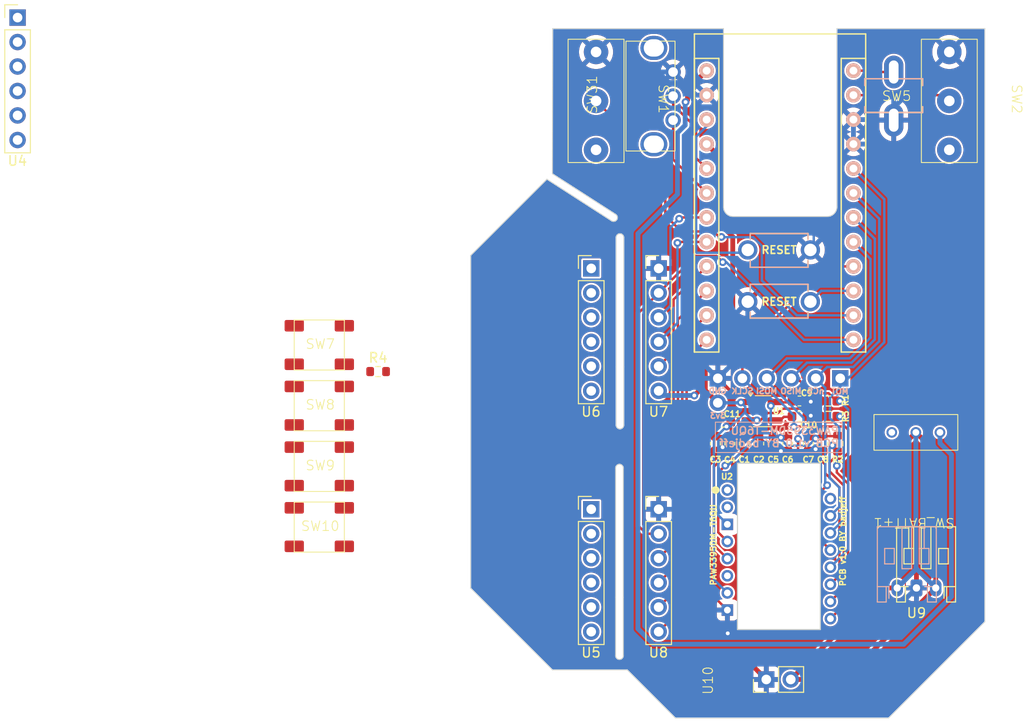
<source format=kicad_pcb>
(kicad_pcb (version 20241229) (generator "pcbnew") (generator_version "9.0")
  (layers (0 "F.Cu" signal) (2 "B.Cu" signal) (13 "F.Paste" user) (15 "B.Paste" user) (5 "F.SilkS" user "F.Silkscreen") (7 "B.SilkS" user "B.Silkscreen") (1 "F.Mask" user) (3 "B.Mask" user) (25 "Edge.Cuts" user))
  (net 0 "")
  (net 1 "+1V8")
  (net 2 "GND")
  (net 3 "Net-(U2-VDDREG)")
  (net 4 "Net-(U2-LED_P)")
  (net 5 "Net-(U2-NRESET)")
  (net 8 "unconnected-(U2-NC-Pad16)")
  (net 10 "MISO")
  (net 11 "MOSI")
  (net 12 "SCLK")
  (net 13 "MOTION")
  (net 14 "VIN")
  (net 15 "Net-(U1-NC)")
  (net 16 "nCS")
  (net 17 "DPI")
  (net 18 "IND")
  (net 19 "RST")
  (net 20 "Ext1")
  (net 21 "Ext4")
  (net 22 "Ext3")
  (net 23 "EncB")
  (net 24 "AnaB")
  (net 25 "Left")
  (net 26 "Right")
  (net 27 "Middle")
  (net 28 "Ext2")
  (net 29 "EncA")
  (net 30 "AnaA")
  (net 31 "Net-(SW_BATT+1-A)")
  (net 32 "Net-(SW_BATT+1-B)")
  (net 45 "Net-(U5-Pin_2)")
  (net 46 "Net-(U5-Pin_1)")
  (net 47 "Net-(U5-Pin_3)")
  (net 48 "Net-(U5-Pin_4)")
  (net 49 "Net-(U5-Pin_5)")
  (net 50 "Net-(U5-Pin_6)")
  (footprint "Aquila:3pinBatt" (layer "F.Cu") (at 160.7 76.910001 180)
    (property "Reference" "SW_BATT+1")
    (property "Value" "SW_SPST")
  )
  (footprint "Resistor_SMD:R_0603_1608Metric" (layer "F.Cu") (at 151.615 73.65)
    (property "Reference" "R1")
    (property "Value" "10K" (hide yes))
  )
  (footprint "Aquila:Pogo_2.54mm_6p" (layer "F.Cu") (at 134 65)
    (property "Reference" "U7")
    (property "Value" "~")
  )
  (footprint "Aquila:Pogo_2.54mm_6p" (layer "F.Cu") (at 127 65)
    (property "Reference" "U6")
    (property "Value" "~")
  )
  (footprint "Capacitor_SMD:C_0603_1608Metric" (layer "F.Cu") (at 145.89 78.075 -90)
    (property "Reference" "C5")
    (property "Value" "100nF" (hide yes))
  )
  (footprint "Capacitor_SMD:C_0603_1608Metric" (layer "F.Cu") (at 139.89 78.075 -90)
    (property "Reference" "C3")
    (property "Value" "10uF" (hide yes))
  )
  (footprint "Aquila:SPST Momentary SMD 1.6mm" (layer "F.Cu") (at 98.77 80.44)
    (property "Reference" "SW9")
    (property "Value" "SW" (hide yes))
  )
  (footprint "Capacitor_SMD:C_0603_1608Metric" (layer "F.Cu") (at 148.615 73.65)
    (property "Reference" "C9")
    (property "Value" "1uF" (hide yes))
  )
  (footprint "Capacitor_SMD:C_0603_1608Metric" (layer "F.Cu") (at 148.615 75.25)
    (property "Reference" "C10")
    (property "Value" "22nF" (hide yes))
  )
  (footprint "Aquila:SPST Momentary SMD 1.6mm" (layer "F.Cu") (at 98.77 74.14)
    (property "Reference" "SW8")
    (property "Value" "SW" (hide yes))
  )
  (footprint "Aquila:SPST Momentary SMD 1.6mm" (layer "F.Cu") (at 98.77 86.74)
    (property "Reference" "SW10")
    (property "Value" "SW" (hide yes))
  )
  (footprint "Connector_PinHeader_2.54mm:PinHeader_1x02_P2.54mm_Vertical" (layer "F.Cu") (at 140.14 71.3)
    (property "Reference" "J1" (hide yes))
    (property "Value" "Conn_01x02" (hide yes))
  )
  (footprint "Aquila:Pogo_2.54_2p" (layer "F.Cu") (at 150.3225 102.560001 90)
    (property "Reference" "U10")
    (property "Value" "~")
  )
  (footprint "Capacitor_SMD:C_0603_1608Metric" (layer "F.Cu") (at 140.715 75.85 180)
    (property "Reference" "C11")
    (property "Value" "1uF" (hide yes))
  )
  (footprint "Resistor_SMD:R_0603_1608Metric" (layer "F.Cu") (at 151.615 75.25)
    (property "Reference" "R3")
    (property "Value" "2M" (hide yes))
  )
  (footprint "Aquila:TACT_SWITCH_TVBP06" (layer "F.Cu") (at 146.5 57.97 180)
    (property "Reference" "SW4" (hide yes))
    (property "Value" "SW" (hide yes))
  )
  (footprint "Capacitor_SMD:C_0603_1608Metric" (layer "F.Cu") (at 142.89 78.075 90)
    (property "Reference" "C1")
    (property "Value" "4.7uF" (hide yes))
  )
  (footprint "Connector_PinHeader_2.54mm:PinHeader_1x05_P2.54mm_Vertical" (layer "F.Cu") (at 152.85 71.3 -90)
    (property "Reference" "J2" (hide yes))
    (property "Value" "Conn_01x05" (hide yes))
  )
  (footprint "Capacitor_SMD:C_0603_1608Metric" (layer "F.Cu") (at 151.04 78.075 -90)
    (property "Reference" "C8")
    (property "Value" "10uF" (hide yes))
  )
  (footprint "Aquila:JST_PH_S2B-PH-K_1x02_P2.00mm_DoubleSided" (layer "F.Cu") (at 160.76 93.16 180)
    (property "Reference" "U9")
    (property "Value" "~")
  )
  (footprint "Aquila:Scroll Button" (layer "F.Cu") (at 158.4 42)
    (property "Reference" "SW5")
    (property "Value" "SW" (hide yes))
  )
  (footprint "Capacitor_SMD:C_0603_1608Metric" (layer "F.Cu") (at 141.39 78.075 -90)
    (property "Reference" "C4")
    (property "Value" "100nF" (hide yes))
  )
  (footprint "Resistor_SMD:R_0603_1608Metric" (layer "F.Cu") (at 152.59 78.075 -90)
    (property "Reference" "R2")
    (property "Value" "4.7" (hide yes))
  )
  (footprint "Capacitor_SMD:C_0603_1608Metric" (layer "F.Cu") (at 147.39 78.075 -90)
    (property "Reference" "C6")
    (property "Value" "10uF" (hide yes))
  )
  (footprint "Aquila:GM 8.0" (layer "F.Cu") (at 127.5 42.5 -90)
    (property "Reference" "SW1")
    (property "Value" "SW")
  )
  (footprint "Capacitor_SMD:C_0603_1608Metric" (layer "F.Cu") (at 144.39 78.075 90)
    (property "Reference" "C2")
    (property "Value" "100nF" (hide yes))
  )
  (footprint "Package_TO_SOT_SMD:SOT-23-5_HandSoldering" (layer "F.Cu") (at 144.74 74.708052)
    (property "Reference" "U1")
    (property "Value" "TLV74318PDBVR" (hide yes))
  )
  (footprint "Aquila:SPST Momentary SMD 1.6mm" (layer "F.Cu") (at 98.77 67.84)
    (property "Reference" "SW7")
    (property "Value" "SW" (hide yes))
  )
  (footprint "Aquila:GM 8.0" (layer "F.Cu") (at 164.17 42.5 -90)
    (property "Reference" "SW2")
    (property "Value" "SW")
  )
  (footprint "Aquila:TACT_SWITCH_TVBP06" (layer "F.Cu") (at 146.5 63.34)
    (property "Reference" "SW3" (hide yes))
    (property "Value" "SW" (hide yes))
  )
  (footprint "Aquila:ProMicroSingleSide" (layer "F.Cu") (at 146.5 52.934255)
    (property "Reference" "U3" (hide yes))
    (property "Value" "ProMicro" (hide yes))
  )
  (footprint "paw3395_pcb:PAW3395" (layer "F.Cu") (at 141.13 82.895)
    (property "Reference" "U2")
    (property "Value" "PAW3395")
    (fp_line (start 1.05 -2.78) (end 1.05 14.48) (stroke (width 0.12)) (layer "Edge.Cuts"))
    (fp_line (start 1.05 -2.78) (end 9.65 -2.78) (stroke (width 0.12)) (layer "Edge.Cuts"))
    (fp_line (start 1.05 14.48) (end 9.65 14.48) (stroke (width 0.12)) (layer "Edge.Cuts"))
    (fp_line (start 9.65 -2.78) (end 9.65 14.48) (stroke (width 0.12)) (layer "Edge.Cuts"))
  )
  (footprint "Aquila:Pogo_2.54mm_6p" (layer "F.Cu") (at 67.45 38.96)
    (property "Reference" "U4")
    (property "Value" "~")
  )
  (footprint "Aquila:Pogo_2.54mm_6p" (layer "F.Cu") (at 134 90)
    (property "Reference" "U8")
    (property "Value" "~")
  )
  (footprint "Aquila:MouseEncoder" (layer "F.Cu") (at 135.5 42 90)
    (property "Reference" "SW31")
    (property "Value" "Rotary_Encoder_Switch")
  )
  (footprint "Resistor_SMD:R_0603_1608Metric" (layer "F.Cu") (at 104.875 70.595)
    (property "Reference" "R4")
    (property "Value" "10K")
  )
  (footprint "Capacitor_SMD:C_0603_1608Metric" (layer "F.Cu") (at 149.54 78.075 -90)
    (property "Reference" "C7")
    (property "Value" "22uF" (hide yes))
  )
  (footprint "Aquila:Pogo_2.54mm_6p" (layer "F.Cu") (at 127 90)
    (property "Reference" "U5")
    (property "Value" "~")
  )
  (gr_line (start 139.89 75.85) (end 139.89 79) (stroke (width 0.1)) (layer "B.SilkS"))
  (gr_line (start 153.04 79) (end 153.04 75.85) (stroke (width 0.1)) (layer "B.SilkS"))
  (gr_line (start 139.89 79) (end 153.04 79) (stroke (width 0.1)) (layer "B.SilkS"))
  (gr_line (start 153.04 75.85) (end 139.915 75.85) (stroke (width 0.1)) (layer "B.SilkS"))
  (gr_line (start 140.73 35) (end 123 35) (stroke (width 0.1)) (layer "Edge.Cuts"))
  (gr_line (start 129.53 94.034997) (end 129.529999 100.085002) (stroke (width 0.1)) (layer "Edge.Cuts"))
  (gr_line (start 130.74 101.56) (end 135.74 106.56) (stroke (width 0.1)) (layer "Edge.Cuts"))
  (gr_arc (start 130.38 76.15) (mid 129.98 76.55) (end 129.58 76.15) (stroke (width 0.1)) (layer "Edge.Cuts"))
  (gr_line (start 130.74 101.56) (end 122.97 101.56) (stroke (width 0.1)) (layer "Edge.Cuts"))
  (gr_arc (start 129.519458 54.265002) (mid 129.665868 54.811412) (end 129.119458 54.957823) (stroke (width 0.1)) (layer "Edge.Cuts"))
  (gr_line (start 129.53 80.614997) (end 129.53 94.034997) (stroke (width 0.1)) (layer "Edge.Cuts"))
  (gr_arc (start 141.73 54.499999) (mid 141.019367 54.203562) (end 140.730051 53.49) (stroke (width 0.1)) (layer "Edge.Cuts"))
  (gr_line (start 167.860021 96.56) (end 157.860021 106.56) (stroke (width 0.1)) (layer "Edge.Cuts"))
  (gr_line (start 130.33 80.614997) (end 130.33 94.034997) (stroke (width 0.1)) (layer "Edge.Cuts"))
  (gr_line (start 135.74 106.56) (end 157.860021 106.56) (stroke (width 0.1)) (layer "Edge.Cuts"))
  (gr_line (start 130.38 70.099995) (end 130.379999 76.15) (stroke (width 0.1)) (layer "Edge.Cuts"))
  (gr_arc (start 129.53 80.614997) (mid 129.93 80.214997) (end 130.33 80.614997) (stroke (width 0.1)) (layer "Edge.Cuts"))
  (gr_line (start 152.5 35) (end 167.86 35) (stroke (width 0.1)) (layer "Edge.Cuts"))
  (gr_arc (start 129.58 56.679995) (mid 129.98 56.279995) (end 130.38 56.679995) (stroke (width 0.1)) (layer "Edge.Cuts"))
  (gr_line (start 130.38 56.679995) (end 130.38 70.099995) (stroke (width 0.1)) (layer "Edge.Cuts"))
  (gr_line (start 122.4 50.63) (end 114.484719 58.545281) (stroke (width 0.1)) (layer "Edge.Cuts"))
  (gr_arc (start 152.5 53.5) (mid 152.207107 54.207107) (end 151.5 54.5) (stroke (width 0.1)) (layer "Edge.Cuts"))
  (gr_line (start 130.33 94.034997) (end 130.329999 100.085002) (stroke (width 0.1)) (layer "Edge.Cuts"))
  (gr_line (start 129.58 56.679995) (end 129.58 70.099995) (stroke (width 0.1)) (layer "Edge.Cuts"))
  (gr_line (start 129.58 70.099995) (end 129.579999 76.15) (stroke (width 0.1)) (layer "Edge.Cuts"))
  (gr_line (start 123 35) (end 122.97 50.06) (stroke (width 0.1)) (layer "Edge.Cuts"))
  (gr_line (start 151.5 54.5) (end 141.73 54.5) (stroke (width 0.1)) (layer "Edge.Cuts"))
  (gr_line (start 122.4 50.63) (end 129.119458 54.957824) (stroke (width 0.1)) (layer "Edge.Cuts"))
  (gr_line (start 167.860021 96.56) (end 167.86 35) (stroke (width 0.1)) (layer "Edge.Cuts"))
  (gr_line (start 152.5 35) (end 152.5 53.5) (stroke (width 0.1)) (layer "Edge.Cuts"))
  (gr_line (start 114.484719 58.545281) (end 114.484719 93.074719) (stroke (width 0.1)) (layer "Edge.Cuts"))
  (gr_arc (start 130.33 100.085002) (mid 129.93 100.485002) (end 129.53 100.085002) (stroke (width 0.1)) (layer "Edge.Cuts"))
  (gr_line (start 140.730052 53.49) (end 140.73 35) (stroke (width 0.1)) (layer "Edge.Cuts"))
  (gr_line (start 122.97 50.06) (end 129.519458 54.265002) (stroke (width 0.1)) (layer "Edge.Cuts"))
  (gr_line (start 122.97 101.56) (end 114.484719 93.074719) (stroke (width 0.1)) (layer "Edge.Cuts"))
  (gr_text "PCB v1.0 BY badjeff" (at 153.465 92.95 90) (layer "F.SilkS") (effects (font (size 0.6 0.6) (thickness 0.15) (bold yes)) (justify left bottom)))
  (gr_text "PAW3395DM-T6QU" (at 140.04 92.875 90) (layer "F.SilkS") (effects (font (size 0.6 0.6) (thickness 0.15) (bold yes)) (justify left bottom)))
  (gr_text "nCS" (at 151.265 72.975 0) (layer "B.SilkS") (effects (font (size 0.6 0.6) (thickness 0.15) (bold yes)) (justify left bottom mirror)))
  (gr_text "MISO" (at 148.915 72.975 0) (layer "B.SilkS") (effects (font (size 0.6 0.6) (thickness 0.15) (bold yes)) (justify left bottom mirror)))
  (gr_text "SCLK" (at 143.915 72.975 0) (layer "B.SilkS") (effects (font (size 0.6 0.6) (thickness 0.15) (bold yes)) (justify left bottom mirror)))
  (gr_text "GND" (at 141.14 72.975 0) (layer "B.SilkS") (effects (font (size 0.6 0.6) (thickness 0.15) (bold yes)) (justify left bottom mirror)))
  (gr_text "MOSI" (at 146.39 72.975 0) (layer "B.SilkS") (effects (font (size 0.6 0.6) (thickness 0.15) (bold yes)) (justify left bottom mirror)))
  (gr_text "MOT" (at 153.79 73 0) (layer "B.SilkS") (effects (font (size 0.6 0.6) (thickness 0.15) (bold yes)) (justify left bottom mirror)))
  (gr_text "3v3" (at 141.04 75.525 0) (layer "B.SilkS") (effects (font (size 0.6 0.6) (thickness 0.15) (bold yes)) (justify left bottom mirror)))
  (gr_text "PAW3395DM-T6QU\nPCB v1.0 BY badjeff" (at 152.79 78.5 0) (layer "B.SilkS") (effects (font (size 0.8 0.8) (thickness 0.15) (bold yes)) (justify left bottom mirror)))
  (segment (start 151.04 77.3) (end 150.54 77.3) (width 0.25) (layer "F.Cu") (net 1))
  (segment (start 151.09 77.3) (end 152.54 77.3) (width 0.25) (layer "F.Cu") (net 1))
  (segment (start 150.04 77.3) (end 150.29 77.55) (width 0.25) (layer "F.Cu") (net 1))
  (segment (start 149.54 77.3) (end 150.04 77.3) (width 0.25) (layer "F.Cu") (net 1))
  (segment (start 147.04 77.45) (end 147.19 77.3) (width 0.25) (layer "F.Cu") (net 1))
  (segment (start 140.19 81.075153) (end 140.19 84.206852) (width 0.25) (layer "F.Cu") (net 1))
  (segment (start 146.69 77.45) (end 147.24 77.45) (width 0.25) (layer "F.Cu") (net 1))
  (segment (start 146.095 73.793052) (end 147.94 73.793052) (width 0.25) (layer "F.Cu") (net 1))
  (segment (start 140.19 84.206852) (end 140.185 84.211852) (width 0.25) (layer "F.Cu") (net 1))
  (segment (start 152.54 77.3) (end 152.59 77.25) (width 0.25) (layer "F.Cu") (net 1))
  (segment (start 140.915 80.350153) (end 140.19 81.075153) (width 0.25) (layer "F.Cu") (net 1))
  (segment (start 150.54 77.3) (end 150.29 77.55) (width 0.25) (layer "F.Cu") (net 1))
  (segment (start 146.69 77.45) (end 146.04 77.45) (width 0.25) (layer "F.Cu") (net 1))
  (segment (start 145.64 74.15) (end 145.698052 74.15) (width 0.25) (layer "F.Cu") (net 1))
  (segment (start 145.698052 74.15) (end 146.09 73.758052) (width 0.25) (layer "F.Cu") (net 1))
  (segment (start 141.11 88.155) (end 141.11 88.06) (width 0.25) (layer "F.Cu") (net 1))
  (segment (start 145.84 77.45) (end 145.69 77.3) (width 0.25) (layer "F.Cu") (net 1))
  (segment (start 140.185 84.211852) (end 140.185 87.29) (width 0.25) (layer "F.Cu") (net 1))
  (segment (start 140.185 87.29) (end 141.13 88.235) (width 0.25) (layer "F.Cu") (net 1))
  (via (at 150.29 77.55) (size 0.8) (drill 0.4) (layers "F.Cu" "B.Cu") (net 1))
  (via (at 145.64 74.15) (size 0.8) (drill 0.4) (layers "F.Cu" "B.Cu") (net 1))
  (via (at 140.915 80.350153) (size 0.8) (drill 0.4) (layers "F.Cu" "B.Cu") (net 1))
  (via (at 146.69 77.45) (size 0.8) (drill 0.4) (layers "F.Cu" "B.Cu") (net 1))
  (segment (start 144.09 77.45) (end 146.49 77.45) (width 0.25) (layer "B.Cu") (net 1))
  (segment (start 141.189847 80.350153) (end 144.09 77.45) (width 0.25) (layer "B.Cu") (net 1))
  (segment (start 150.29 77.55) (end 149.54 78.3) (width 0.25) (layer "B.Cu") (net 1))
  (segment (start 140.915 80.350153) (end 141.189847 80.350153) (width 0.25) (layer "B.Cu") (net 1))
  (segment (start 145.64 76.6) (end 145.64 74.15) (width 0.25) (layer "B.Cu") (net 1))
  (segment (start 149.54 78.3) (end 147.34 78.3) (width 0.25) (layer "B.Cu") (net 1))
  (segment (start 147.34 78.3) (end 146.49 77.45) (width 0.25) (layer "B.Cu") (net 1))
  (segment (start 150.29 77.55) (end 150.19 77.45) (width 0.25) (layer "B.Cu") (net 1))
  (segment (start 146.49 77.45) (end 145.64 76.6) (width 0.25) (layer "B.Cu") (net 1))
  (segment (start 144.39 77.35) (end 145.89 78.85) (width 0.25) (layer "F.Cu") (net 2))
  (segment (start 139.285 93.51) (end 139.285 79.455) (width 0.25) (layer "F.Cu") (net 2))
  (segment (start 145.69 78.85) (end 146.19 78.85) (width 0.25) (layer "F.Cu") (net 2))
  (segment (start 144.755 74.093051) (end 144.439025 74.409025) (width 0.25) (layer "F.Cu") (net 2))
  (segment (start 142.60706 74.96706) (end 140.54794 74.96706) (width 0.25) (layer "F.Cu") (net 2))
  (segment (start 142.89 77.3) (end 142.29 76.7) (width 0.25) (layer "F.Cu") (net 2))
  (segment (start 141.59 72.75) (end 141.59 73.95) (width 0.35) (layer "F.Cu") (net 2))
  (segment (start 150.09 78.85) (end 149.54 78.85) (width 0.25) (layer "F.Cu") (net 2))
  (segment (start 149.39 75.25) (end 149.717873 75.25) (width 0.25) (layer "F.Cu") (net 2))
  (segment (start 148.59 72.85) (end 145.428052 72.85) (width 0.25) (layer "F.Cu") (net 2))
  (segment (start 144.19 77.3) (end 144.19 77.35) (width 0.25) (layer "F.Cu") (net 2))
  (segment (start 149.39 73.65) (end 148.59 72.85) (width 0.25) (layer "F.Cu") (net 2))
  (segment (start 141.39 78.65) (end 142.74 77.3) (width 0.25) (layer "F.Cu") (net 2))
  (segment (start 141.39 78.85) (end 141.39 78.65) (width 0.25) (layer "F.Cu") (net 2))
  (segment (start 142.866068 74.708052) (end 143.39 74.708052) (width 0.25) (layer "F.Cu") (net 2))
  (segment (start 149.39 73.65) (end 149.717873 73.65) (width 0.25) (layer "F.Cu") (net 2))
  (segment (start 142.29 76.7) (end 142.29 76.031984) (width 0.25) (layer "F.Cu") (net 2))
  (segment (start 142.29 76.031984) (end 142.285 76.026984) (width 0.25) (layer "F.Cu") (net 2))
  (segment (start 147.39 78.85) (end 146.89 78.85) (width 0.25) (layer "F.Cu") (net 2))
  (segment (start 149.717873 73.65) (end 149.79 73.722127) (width 0.25) (layer "F.Cu") (net 2))
  (segment (start 150.49 78.85) (end 151.04 78.85) (width 0.25) (layer "F.Cu") (net 2))
  (segment (start 140.14 71.4) (end 140.14 71.3) (width 0.25) (layer "F.Cu") (net 2))
  (segment (start 140.64 78.45) (end 140.99 78.45) (width 0.25) (layer "F.Cu") (net 2))
  (segment (start 146.69 78.85) (end 146.44 78.6) (width 0.25) (layer "F.Cu") (net 2))
  (segment (start 140.14 71.3) (end 141.59 72.75) (width 0.35) (layer "F.Cu") (net 2))
  (segment (start 142.285 76.026984) (end 142.285 75.28912) (width 0.25) (layer "F.Cu") (net 2))
  (segment (start 142.89 77.3) (end 144.39 77.3) (width 0.25) (layer "F.Cu") (net 2))
  (segment (start 140.99 78.45) (end 141.39 78.85) (width 0.25) (layer "F.Cu") (net 2))
  (segment (start 150.29 78.65) (end 150.09 78.85) (width 0.25) (layer "F.Cu") (net 2))
  (segment (start 140.64 78.45) (end 140.29 78.45) (width 0.25) (layer "F.Cu") (net 2))
  (segment (start 139.285 79.455) (end 139.89 78.85) (width 0.25) (layer "F.Cu") (net 2))
  (segment (start 141.59 73.95) (end 142.60706 74.96706) (width 0.35) (layer "F.Cu") (net 2))
  (segment (start 145.428052 72.85) (end 144.755 73.523052) (width 0.25) (layer "F.Cu") (net 2))
  (segment (start 140.54794 74.96706) (end 139.665 75.85) (width 0.25) (layer "F.Cu") (net 2))
  (segment (start 144.439025 74.409025) (end 144.139999 74.708052) (width 0.25) (layer "F.Cu") (net 2))
  (segment (start 140.29 78.45) (end 139.89 78.85) (width 0.25) (layer "F.Cu") (net 2))
  (segment (start 142.74 77.3) (end 142.89 77.3) (width 0.25) (layer "F.Cu") (net 2))
  (segment (start 141.17 98.557501) (end 145.172501 102.560002) (width 0.5) (layer "F.Cu") (net 2))
  (segment (start 141.17 97.77) (end 141.17 98.557501) (width 0.5) (layer "F.Cu") (net 2))
  (segment (start 144.755 73.523052) (end 144.755 74.093051) (width 0.25) (layer "F.Cu") (net 2))
  (segment (start 146.19 78.85) (end 146.44 78.6) (width 0.25) (layer "F.Cu") (net 2))
  (segment (start 139.75175 78.91175) (end 139.69 78.85) (width 0.25) (layer "F.Cu") (net 2))
  (segment (start 149.717873 75.25) (end 149.79 75.177873) (width 0.25) (layer "F.Cu") (net 2))
  (segment (start 150.29 78.65) (end 150.49 78.85) (width 0.25) (layer "F.Cu") (net 2))
  (segment (start 141.13 95.355) (end 139.285 93.51) (width 0.25) (layer "F.Cu") (net 2))
  (segment (start 144.39 77.3) (end 144.39 77.35) (width 0.25) (layer "F.Cu") (net 2))
  (segment (start 142.285 75.28912) (end 142.866068 74.708052) (width 0.25) (layer "F.Cu") (net 2))
  (via (at 149.79 73.722127) (size 0.8) (drill 0.4) (layers "F.Cu" "B.Cu") (net 2))
  (via (at 149.79 75.177873) (size 0.8) (drill 0.4) (layers "F.Cu" "B.Cu") (net 2))
  (via (at 141.17 97.77) (size 0.8) (drill 0.4) (layers "F.Cu" "B.Cu") (net 2))
  (via (at 146.69 78.85) (size 0.8) (drill 0.4) (layers "F.Cu" "B.Cu") (net 2))
  (via (at 150.29 78.65) (size 0.8) (drill 0.4) (layers "F.Cu" "B.Cu") (net 2))
  (via (at 140.64 78.45) (size 0.8) (drill 0.4) (layers "F.Cu" "B.Cu") (net 2))
  (segment (start 134.39 54.734) (end 137.144 51.98) (width 0.5) (layer "B.Cu") (net 2))
  (segment (start 141.17 97.77) (end 141.5 98.1) (width 0.5) (layer "B.Cu") (net 2))
  (segment (start 153.005815 45.653) (end 153.005815 54.349153) (width 0.5) (layer "B.Cu") (net 2))
  (segment (start 137.144 71.114) (end 138.7 72.67) (width 0.5) (layer "B.Cu") (net 2))
  (segment (start 140.191815 54.546783) (end 140.191815 43.113) (width 0.5) (layer "B.Cu") (net 2))
  (segment (start 153.005815 54.349153) (end 152.344968 55.01) (width 0.5) (layer "B.Cu") (net 2))
  (segment (start 137.144 54.75) (end 137.144 67.83) (width 0.5) (layer "B.Cu") (net 2))
  (segment (start 150.05 55.06) (end 150.1 55.01) (width 0.25) (layer "B.Cu") (net 2))
  (segment (start 137.144 46.151412) (end 137.144 51.98) (width 0.5) (layer "B.Cu") (net 2))
  (segment (start 141.5 98.1) (end 155.62 98.1) (width 0.5) (layer "B.Cu") (net 2))
  (segment (start 138.33 43.113) (end 138.33 43.08) (width 0.5) (layer "B.Cu") (net 2))
  (segment (start 137.765815 45.529597) (end 137.144 46.151412) (width 0.5) (layer "B.Cu") (net 2))
  (segment (start 138.978815 41.9) (end 137.899999 41.9) (width 0.5) (layer "B.Cu") (net 2))
  (segment (start 160.435 41.155) (end 161.8 39.79) (width 0.5) (layer "B.Cu") (net 2))
  (segment (start 136.25 40.59) (end 135.04 40.59) (width 0.5) (layer "B.Cu") (net 2))
  (segment (start 155.51 44.44) (end 155.57 44.5) (width 0.5) (layer "B.Cu") (net 2))
  (segment (start 134.39 54.734) (end 134 55.124) (width 0.5) (layer "B.Cu") (net 2))
  (segment (start 138.33 43.08) (end 137.6 42.35) (width 0.5) (layer "B.Cu") (net 2))
  (segment (start 127.5 37.42) (end 129.58 39.5) (width 0.5) (layer "B.Cu") (net 2))
  (segment (start 134 55.124) (end 134 59.89) (width 0.5) (layer "B.Cu") (net 2))
  (segment (start 158.074 95.646) (end 158.174 95.646) (width 0.5) (layer "B.Cu") (net 2))
  (segment (start 158.4 43.19) (end 160.435 41.155) (width 0.5) (layer "B.Cu") (net 2))
  (segment (start 136.42 40.42) (end 136.25 40.59) (width 0.5) (layer "B.Cu") (net 2))
  (segment (start 155.57 44.5) (end 158.4 44.5) (width 0.5) (layer "B.Cu") (net 2))
  (segment (start 154.218815 44.44) (end 153.005815 45.653) (width 0.5) (layer "B.Cu") (net 2))
  (segment (start 138.7 72.67) (end 138.7 95.3) (width 0.5) (layer "B.Cu") (net 2))
  (segment (start 137.144 67.83) (end 137.144 68.304) (width 0.5) (layer "B.Cu") (net 2))
  (segment (start 140.185 84.211852) (end 140.185 85.51) (width 0.25) (layer "B.Cu") (net 2))
  (segment (start 140.191815 43.113) (end 138.978815 41.9) (width 0.5) (layer "B.Cu") (net 2))
  (segment (start 137.425 41.425) (end 137.6 41.6) (width 0.5) (layer "B.Cu") (net 2))
  (segment (start 150.1 55.01) (end 150.1 57.62) (width 0.25) (layer "B.Cu") (net 2))
  (segment (start 150.1 57.62) (end 149.75 57.97) (width 0.25) (layer "B.Cu") (net 2))
  (segment (start 146.700854 78.860854) (end 146.44 78.6) (width 0.25) (layer "B.Cu") (net 2))
  (segment (start 161.06 45.06) (end 161.06 41.78) (width 0.5) (layer "B.Cu") (net 2))
  (segment (start 140.19 84.206852) (end 140.185 84.211852) (width 0.25) (layer "B.Cu") (net 2))
  (segment (start 134.39 54.75) (end 134.39 54.734) (width 0.5) (layer "B.Cu") (net 2))
  (segment (start 138.33 43.113) (end 137.765815 43.677185) (width 0.5) (layer "B.Cu") (net 2))
  (segment (start 150.079146 78.860854) (end 146.700854 78.860854) (width 0.25) (layer "B.Cu") (net 2))
  (segment (start 135.04 40.59) (end 133.95 39.5) (width 0.5) (layer "B.Cu") (net 2))
  (segment (start 138.7 95.3) (end 141.17 97.77) (width 0.5) (layer "B.Cu") (net 2))
  (segment (start 158.174 95.646) (end 160.76 93.06) (width 0.5) (layer "B.Cu") (net 2))
  (segment (start 161.06 40.53) (end 161.8 39.79) (width 0.5) (layer "B.Cu") (net 2))
  (segment (start 140.64 78.45) (end 140.19 78.9) (width 0.25) (layer "B.Cu") (net 2))
  (segment (start 159.14 46.98) (end 161.06 45.06) (width 0.5) (layer "B.Cu") (net 2))
  (segment (start 143.25 68.19) (end 140.14 71.3) (width 0.5) (layer "B.Cu") (net 2))
  (segment (start 137.144 51.98) (end 137.144 54.75) (width 0.5) (layer "B.Cu") (net 2))
  (segment (start 137.6 41.6) (end 137.6 42.35) (width 0.5) (layer "B.Cu") (net 2))
  (segment (start 154.218815 44.44) (end 155.51 44.44) (width 0.5) (layer "B.Cu") (net 2))
  (segment (start 137.765815 43.677185) (end 137.765815 45.529597) (width 0.5) (layer "B.Cu") (net 2))
  (segment (start 152.344968 55.01) (end 151.87 55.01) (width 0.5) (layer "B.Cu") (net 2))
  (segment (start 136.42 40.42) (end 135.499999 39.5) (width 0.5) (layer "B.Cu") (net 2))
  (segment (start 149.79 75.177873) (end 149.84 75.127873) (width 0.25) (layer "B.Cu") (net 2))
  (segment (start 161.06 41.78) (end 161.06 40.53) (width 0.5) (layer "B.Cu") (net 2))
  (segment (start 151.87 55.01) (end 150.1 55.01) (width 0.5) (layer "B.Cu") (net 2))
  (segment (start 137.144 68.304) (end 137.144 71.114) (width 0.5) (layer "B.Cu") (net 2))
  (segment (start 155.62 98.1) (end 158.074 95.646) (width 0.5) (layer "B.Cu") (net 2))
  (segment (start 154.218815 46.98) (end 159.14 46.98) (width 0.5) (layer "B.Cu") (net 2))
  (segment (start 143.25 63.34) (end 143.25 68.19) (width 0.5) (layer "B.Cu") (net 2))
  (segment (start 150.1 55.01) (end 140.655032 55.01) (width 0.5) (layer "B.Cu") (net 2))
  (segment (start 133.95 39.5) (end 135.499999 39.5) (width 0.5) (layer "B.Cu") (net 2))
  (segment (start 154.218815 44.44) (end 154.218815 46.98) (width 0.5) (layer "B.Cu") (net 2))
  (segment (start 140.19 78.9) (end 140.19 84.206852) (width 0.25) (layer "B.Cu") (net 2))
  (segment (start 149.84 73.772127) (end 149.79 73.722127) (width 0.25) (layer "B.Cu") (net 2))
  (segment (start 129.58 39.5) (end 133.95 39.5) (width 0.5) (layer "B.Cu") (net 2))
  (segment (start 161.8 39.79) (end 164.17 37.42) (width 0.5) (layer "B.Cu") (net 2))
  (segment (start 150.29 78.65) (end 150.079146 78.860854) (width 0.25) (layer "B.Cu") (net 2))
  (segment (start 149.84 75.127873) (end 149.84 73.772127) (width 0.25) (layer "B.Cu") (net 2))
  (segment (start 140.185 85.51) (end 141.13 86.455) (width 0.25) (layer "B.Cu") (net 2))
  (segment (start 158.4 44.5) (end 158.4 43.19) (width 0.5) (layer "B.Cu") (net 2))
  (segment (start 164.17 37.970001) (end 164.17 37.42) (width 0.5) (layer "B.Cu") (net 2))
  (segment (start 137.425 41.425) (end 136.42 40.42) (width 0.5) (layer "B.Cu") (net 2))
  (segment (start 137.899999 41.9) (end 137.425 41.425) (width 0.5) (layer "B.Cu") (net 2))
  (segment (start 137.144 68.304) (end 140.14 71.3) (width 0.5) (layer "B.Cu") (net 2))
  (segment (start 138.33 43.113) (end 140.191815 43.113) (width 0.5) (layer "B.Cu") (net 2))
  (segment (start 140.655032 55.01) (end 140.191815 54.546783) (width 0.5) (layer "B.Cu") (net 2))
  (segment (start 142.89 78.85) (end 144.39 78.85) (width 0.25) (layer "F.Cu") (net 3))
  (segment (start 144.511104 78.85) (end 144.551104 78.81) (width 0.25) (layer "F.Cu") (net 3))
  (segment (start 142.69 78.85) (end 141.915 79.625) (width 0.25) (layer "F.Cu") (net 3))
  (segment (start 139.735 80.48) (end 139.735 88.62) (width 0.25) (layer "F.Cu") (net 3))
  (segment (start 141.915 79.625) (end 140.59 79.625) (width 0.25) (layer "F.Cu") (net 3))
  (segment (start 139.735 88.62) (end 141.13 90.015) (width 0.25) (layer "F.Cu") (net 3))
  (segment (start 140.59 79.625) (end 139.735 80.48) (width 0.25) (layer "F.Cu") (net 3))
  (segment (start 152.59 78.814565) (end 152.59 78.9) (width 0.25) (layer "F.Cu") (net 4))
  (segment (start 152.032563 78.257128) (end 152.59 78.814565) (width 0.25) (layer "F.Cu") (net 4))
  (segment (start 152.59 78.986328) (end 152.59 78.9) (width 0.25) (layer "F.Cu") (net 4))
  (via (at 152.032563 78.257128) (size 0.8) (drill 0.4) (layers "F.Cu" "B.Cu") (net 4))
  (segment (start 151.74 78.549691) (end 151.74 81.65) (width 0.25) (layer "B.Cu") (net 4))
  (segment (start 151.790305 81.675) (end 152.755 82.639695) (width 0.25) (layer "B.Cu") (net 4))
  (segment (start 152.755 84.64) (end 151.83 85.565) (width 0.25) (layer "B.Cu") (net 4))
  (segment (start 152.755 82.639695) (end 152.755 84.64) (width 0.25) (layer "B.Cu") (net 4))
  (segment (start 151.765 81.675) (end 151.790305 81.675) (width 0.25) (layer "B.Cu") (net 4))
  (segment (start 151.74 81.65) (end 151.765 81.675) (width 0.25) (layer "B.Cu") (net 4))
  (segment (start 152.032563 78.257128) (end 151.74 78.549691) (width 0.25) (layer "B.Cu") (net 4))
  (segment (start 152.44 75.25) (end 152.815 75.25) (width 0.25) (layer "F.Cu") (net 5))
  (via (at 152.815 75.25) (size 0.8) (drill 0.4) (layers "F.Cu" "B.Cu") (net 5))
  (segment (start 153.22 75.655) (end 153.22 85.955) (width 0.25) (layer "B.Cu") (net 5))
  (segment (start 153.22 85.955) (end 151.83 87.345) (width 0.25) (layer "B.Cu") (net 5))
  (segment (start 152.815 75.25) (end 153.22 75.655) (width 0.25) (layer "B.Cu") (net 5))
  (segment (start 151.49 84.1) (end 151.54 84.05) (width 0.25) (layer "B.Cu") (net 8))
  (segment (start 147.77 71.3) (end 148.39 71.3) (width 0.25) (layer "F.Cu") (net 10))
  (segment (start 149.94 72.85) (end 151.64 72.85) (width 0.25) (layer "F.Cu") (net 10))
  (segment (start 151.64 72.85) (end 152.44 73.65) (width 0.25) (layer "F.Cu") (net 10))
  (segment (start 148.39 71.3) (end 149.94 72.85) (width 0.25) (layer "F.Cu") (net 10))
  (segment (start 152.44 73.65) (end 152.815 73.65) (width 0.25) (layer "F.Cu") (net 10))
  (via (at 152.815 73.65) (size 0.8) (drill 0.4) (layers "F.Cu" "B.Cu") (net 10))
  (segment (start 152.815 73.675) (end 153.67 74.53) (width 0.25) (layer "B.Cu") (net 10))
  (segment (start 156.439 67.25629) (end 156.439 56.820185) (width 0.25) (layer "B.Cu") (net 10))
  (segment (start 153.67 74.53) (end 153.67 89.065) (width 0.25) (layer "B.Cu") (net 10))
  (segment (start 156.439 56.820185) (end 154.218815 54.6) (width 0.25) (layer "B.Cu") (net 10))
  (segment (start 152.815 73.65) (end 152.815 73.675) (width 0.25) (layer "B.Cu") (net 10))
  (segment (start 154.02229 69.673) (end 149.397 69.673) (width 0.25) (layer "B.Cu") (net 10))
  (segment (start 147.77 71.3) (end 148.62 71.3) (width 0.25) (layer "B.Cu") (net 10))
  (segment (start 153.67 89.065) (end 151.83 90.905) (width 0.25) (layer "B.Cu") (net 10))
  (segment (start 149.397 69.673) (end 147.77 71.3) (width 0.25) (layer "B.Cu") (net 10))
  (segment (start 156.439 67.25629) (end 154.02229 69.673) (width 0.25) (layer "B.Cu") (net 10))
  (segment (start 151.29 81.15) (end 152.766104 82.626104) (width 0.25) (layer "F.Cu") (net 11))
  (segment (start 152.766104 91.748896) (end 151.83 92.685) (width 0.25) (layer "F.Cu") (net 11))
  (segment (start 150.665 79.625) (end 151.29 80.25) (width 0.25) (layer "F.Cu") (net 11))
  (segment (start 149.055948 79.625) (end 150.665 79.625) (width 0.25) (layer "F.Cu") (net 11))
  (segment (start 151.29 80.25) (end 151.29 81.15) (width 0.25) (layer "F.Cu") (net 11))
  (segment (start 148.465646 77.575) (end 148.465646 79.034698) (width 0.25) (layer "F.Cu") (net 11))
  (segment (start 148.465646 79.034698) (end 149.055948 79.625) (width 0.25) (layer "F.Cu") (net 11))
  (segment (start 152.766104 82.626104) (end 152.766104 91.748896) (width 0.25) (layer "F.Cu") (net 11))
  (via (at 148.465646 77.575) (size 0.8) (drill 0.4) (layers "F.Cu" "B.Cu") (net 11))
  (segment (start 145.18 71.25) (end 145.13 71.25) (width 0.25) (layer "B.Cu") (net 11))
  (segment (start 145.23 71.3) (end 145.91 71.3) (width 0.25) (layer "B.Cu") (net 11))
  (segment (start 154.218815 57.77781) (end 154.218815 57.14) (width 0.25) (layer "B.Cu") (net 11))
  (segment (start 155.988 58.909185) (end 154.218815 57.14) (width 0.25) (layer "B.Cu") (net 11))
  (segment (start 151.81 92.605) (end 151.81 92.58) (width 0.25) (layer "B.Cu") (net 11))
  (segment (start 148.465646 77.143863) (end 149.04 76.569509) (width 0.25) (layer "B.Cu") (net 11))
  (segment (start 147.308 69.222) (end 145.23 71.3) (width 0.25) (layer "B.Cu") (net 11))
  (segment (start 155.988 67.06948) (end 155.988 58.909185) (width 0.25) (layer "B.Cu") (net 11))
  (segment (start 153.83548 69.222) (end 147.308 69.222) (width 0.25) (layer "B.Cu") (net 11))
  (segment (start 149.04 76.569509) (end 149.04 75.4) (width 0.25) (layer "B.Cu") (net 11))
  (segment (start 148.465646 77.575) (end 148.465646 77.143863) (width 0.25) (layer "B.Cu") (net 11))
  (segment (start 145.23 71.59) (end 145.23 71.3) (width 0.25) (layer "B.Cu") (net 11))
  (segment (start 149.04 75.4) (end 145.23 71.59) (width 0.25) (layer "B.Cu") (net 11))
  (segment (start 155.988 67.06948) (end 153.83548 69.222) (width 0.25) (layer "B.Cu") (net 11))
  (segment (start 145.23 71.3) (end 145.18 71.25) (width 0.25) (layer "B.Cu") (net 11))
  (segment (start 148.062978 76.3) (end 153.34 76.3) (width 0.25) (layer "F.Cu") (net 12))
  (segment (start 151.74 80.95) (end 153.216104 82.426104) (width 0.25) (layer "F.Cu") (net 12))
  (segment (start 153.063004 79.65) (end 152.14 79.65) (width 0.25) (layer "F.Cu") (net 12))
  (segment (start 148.037978 76.325) (end 148.062978 76.3) (width 0.25) (layer "F.Cu") (net 12))
  (segment (start 153.216104 93.078896) (end 151.83 94.465) (width 0.25) (layer "F.Cu") (net 12))
  (segment (start 142.69 68.524752) (end 142.69 71.3) (width 0.25) (layer "F.Cu") (net 12))
  (segment (start 151.74 80.05) (end 151.74 80.95) (width 0.25) (layer "F.Cu") (net 12))
  (segment (start 152.14 79.65) (end 151.74 80.05) (width 0.25) (layer "F.Cu") (net 12))
  (segment (start 153.67 79.043004) (end 153.063004 79.65) (width 0.25) (layer "F.Cu") (net 12))
  (segment (start 154.218815 59.68) (end 151.534752 59.68) (width 0.25) (layer "F.Cu") (net 12))
  (segment (start 153.34 76.3) (end 153.67 76.63) (width 0.25) (layer "F.Cu") (net 12))
  (segment (start 153.216104 82.426104) (end 153.216104 93.078896) (width 0.25) (layer "F.Cu") (net 12))
  (segment (start 153.67 76.63) (end 153.67 79.043004) (width 0.25) (layer "F.Cu") (net 12))
  (segment (start 151.534752 59.68) (end 142.69 68.524752) (width 0.25) (layer "F.Cu") (net 12))
  (via (at 148.037978 76.325) (size 0.8) (drill 0.4) (layers "F.Cu" "B.Cu") (net 12))
  (segment (start 145.74 72.85) (end 144.24 72.85) (width 0.25) (layer "B.Cu") (net 12))
  (segment (start 148.037978 75.147978) (end 145.74 72.85) (width 0.25) (layer "B.Cu") (net 12))
  (segment (start 144.24 72.85) (end 142.69 71.3) (width 0.25) (layer "B.Cu") (net 12))
  (segment (start 148.037978 76.325) (end 148.037978 75.147978) (width 0.25) (layer "B.Cu") (net 12))
  (segment (start 152.495 81.068604) (end 153.666104 82.239708) (width 0.25) (layer "F.Cu") (net 13))
  (segment (start 153.666104 94.408896) (end 151.83 96.245) (width 0.25) (layer "F.Cu") (net 13))
  (segment (start 153.666104 82.239708) (end 153.666104 94.408896) (width 0.25) (layer "F.Cu") (net 13))
  (segment (start 152.495 80.375) (end 152.495 81.068604) (width 0.25) (layer "F.Cu") (net 13))
  (via (at 152.495 80.375) (size 0.8) (drill 0.4) (layers "F.Cu" "B.Cu") (net 13))
  (segment (start 157.42 67.55091) (end 153.67091 71.3) (width 0.25) (layer "B.Cu") (net 13))
  (segment (start 151.79 73.25) (end 152.85 72.19) (width 0.25) (layer "B.Cu") (net 13))
  (segment (start 152.85 71.3) (end 152.8 71.25) (width 0.25) (layer "B.Cu") (net 13))
  (segment (start 153.67091 71.3) (end 152.85 71.3) (width 0.25) (layer "B.Cu") (net 13))
  (segment (start 157.42 52.721185) (end 154.218815 49.52) (width 0.25) (layer "B.Cu") (net 13))
  (segment (start 152.85 72.19) (end 152.85 71.3) (width 0.25) (layer "B.Cu") (net 13))
  (segment (start 152.757563 78.557433) (end 152.757563 76.417563) (width 0.25) (layer "B.Cu") (net 13))
  (segment (start 152.8 71.25) (end 152.74 71.25) (width 0.25) (layer "B.Cu") (net 13))
  (segment (start 157.42 67.55091) (end 157.42 52.721185) (width 0.25) (layer "B.Cu") (net 13))
  (segment (start 152.495 80.375) (end 152.495 78.819996) (width 0.25) (layer "B.Cu") (net 13))
  (segment (start 151.79 75.45) (end 151.79 73.25) (width 0.25) (layer "B.Cu") (net 13))
  (segment (start 152.495 78.819996) (end 152.757563 78.557433) (width 0.25) (layer "B.Cu") (net 13))
  (segment (start 152.757563 76.417563) (end 151.79 75.45) (width 0.25) (layer "B.Cu") (net 13))
  (segment (start 150.79 74.5) (end 150.79 75.3) (width 0.25) (layer "F.Cu") (net 14))
  (segment (start 143.39 75.658052) (end 144.556643 75.658052) (width 0.25) (layer "F.Cu") (net 14))
  (segment (start 143.348052 73.8) (end 143.39 73.758052) (width 0.25) (layer "F.Cu") (net 14))
  (segment (start 140.04 73.8) (end 140.1 73.8) (width 0.25) (layer "F.Cu") (net 14))
  (segment (start 146.84 74.45) (end 150.74 74.45) (width 0.25) (layer "F.Cu") (net 14))
  (segment (start 150.79 73.82) (end 150.79 74.5) (width 0.25) (layer "F.Cu") (net 14))
  (segment (start 140.249 48.250185) (end 140.249 55.16) (width 0.5) (layer "F.Cu") (net 14))
  (segment (start 142.54 73.8) (end 143.348052 73.8) (width 0.25) (layer "F.Cu") (net 14))
  (segment (start 138.839 72.539) (end 140.14 73.84) (width 0.5) (layer "F.Cu") (net 14))
  (segment (start 146.39 74.9) (end 146.84 74.45) (width 0.25) (layer "F.Cu") (net 14))
  (segment (start 143.91 73.758052) (end 143.945 73.793052) (width 0.25) (layer "F.Cu") (net 14))
  (segment (start 138.978815 46.98) (end 140.249 48.250185) (width 0.5) (layer "F.Cu") (net 14))
  (segment (start 141.04 76.3) (end 141.49 75.85) (width 0.25) (layer "F.Cu") (net 14))
  (segment (start 138.839 72.539) (end 138.241 72.539) (width 0.5) (layer "F.Cu") (net 14))
  (segment (start 141.04 77.15) (end 141.19 77.3) (width 0.25) (layer "F.Cu") (net 14))
  (segment (start 144.19 75.658052) (end 143.39 75.658052) (width 0.25) (layer "F.Cu") (net 14))
  (segment (start 141.49 77) (end 141.19 77.3) (width 0.25) (layer "F.Cu") (net 14))
  (segment (start 141.691 67.147) (end 138.839 69.999) (width 0.5) (layer "F.Cu") (net 14))
  (segment (start 144.556643 75.658052) (end 145.314695 74.9) (width 0.25) (layer "F.Cu") (net 14))
  (segment (start 141.49 75.85) (end 141.49 77) (width 0.25) (layer "F.Cu") (net 14))
  (segment (start 140.249 55.16) (end 141.691 56.602) (width 0.5) (layer "F.Cu") (net 14))
  (segment (start 150.74 74.45) (end 150.79 74.5) (width 0.25) (layer "F.Cu") (net 14))
  (segment (start 138.241 72.539) (end 137.7 73.08) (width 0.5) (layer "F.Cu") (net 14))
  (segment (start 140.1 73.8) (end 140.14 73.84) (width 0.25) (layer "F.Cu") (net 14))
  (segment (start 141.691 56.602) (end 141.691 67.147) (width 0.5) (layer "F.Cu") (net 14))
  (segment (start 138.839 69.999) (end 138.839 72.539) (width 0.5) (layer "F.Cu") (net 14))
  (segment (start 145.314695 74.9) (end 146.39 74.9) (width 0.25) (layer "F.Cu") (net 14))
  (segment (start 140.14 73.84) (end 140.54794 74.24794) (width 0.25) (layer "F.Cu") (net 14))
  (segment (start 139.89 77.3) (end 141.39 77.3) (width 0.25) (layer "F.Cu") (net 14))
  (via (at 137.7 73.08) (size 0.8) (drill 0.4) (layers "F.Cu" "B.Cu") (net 14))
  (via (at 142.54 73.8) (size 0.8) (drill 0.4) (layers "F.Cu" "B.Cu") (net 14))
  (via (at 144.19 75.658052) (size 0.8) (drill 0.4) (layers "F.Cu" "B.Cu") (net 14))
  (via (at 141.04 76.3) (size 0.8) (drill 0.4) (layers "F.Cu" "B.Cu") (net 14))
  (segment (start 142.5 73.84) (end 142.54 73.8) (width 0.25) (layer "B.Cu") (net 14))
  (segment (start 142.54 73.8) (end 142.99 74.25) (width 0.25) (layer "B.Cu") (net 14))
  (segment (start 141.04 76.3) (end 139.735 77.605) (width 0.25) (layer "B.Cu") (net 14))
  (segment (start 141.04 76.3) (end 141.49 76.3) (width 0.25) (layer "B.Cu") (net 14))
  (segment (start 137.7 73.08) (end 134.48 73.08) (width 0.5) (layer "B.Cu") (net 14))
  (segment (start 139.735 77.605) (end 139.735 92.18) (width 0.25) (layer "B.Cu") (net 14))
  (segment (start 142.99 74.8) (end 142.94 74.85) (width 0.25) (layer "B.Cu") (net 14))
  (segment (start 141.49 76.3) (end 142.94 74.85) (width 0.25) (layer "B.Cu") (net 14))
  (segment (start 144.19 75.658052) (end 143.748052 75.658052) (width 0.25) (layer "B.Cu") (net 14))
  (segment (start 134.48 73.08) (end 134 72.6) (width 0.5) (layer "B.Cu") (net 14))
  (segment (start 139.735 92.18) (end 141.13 93.575) (width 0.25) (layer "B.Cu") (net 14))
  (segment (start 142.99 74.25) (end 142.99 74.8) (width 0.25) (layer "B.Cu") (net 14))
  (segment (start 143.748052 75.658052) (end 142.94 74.85) (width 0.25) (layer "B.Cu") (net 14))
  (segment (start 140.14 73.84) (end 142.5 73.84) (width 0.35) (layer "B.Cu") (net 14))
  (segment (start 146.631948 75.658052) (end 146.99 75.3) (width 0.25) (layer "F.Cu") (net 15))
  (segment (start 146.06 75.658052) (end 146.631948 75.658052) (width 0.25) (layer "F.Cu") (net 15))
  (segment (start 146.99 75.3) (end 147.84 75.3) (width 0.25) (layer "F.Cu") (net 15))
  (segment (start 150.905 88.2) (end 151.83 89.125) (width 0.25) (layer "F.Cu") (net 16))
  (segment (start 150.905 82.985) (end 150.905 88.2) (width 0.25) (layer "F.Cu") (net 16))
  (segment (start 151.49 82.4) (end 150.905 82.985) (width 0.25) (layer "F.Cu") (net 16))
  (via (at 151.49 82.4) (size 0.8) (drill 0.4) (layers "F.Cu" "B.Cu") (net 16))
  (segment (start 156.89 67.4431) (end 154.2091 70.124) (width 0.25) (layer "B.Cu") (net 16))
  (segment (start 156.89 54.731185) (end 154.218815 52.06) (width 0.25) (layer "B.Cu") (net 16))
  (segment (start 151.29 72.28) (end 151.29 82.2) (width 0.25) (layer "B.Cu") (net 16))
  (segment (start 150.31 71.3) (end 150.58 71.3) (width 0.25) (layer "B.Cu") (net 16))
  (segment (start 150.26 71.25) (end 151.29 72.28) (width 0.25) (layer "B.Cu") (net 16))
  (segment (start 151.486 70.124) (end 150.31 71.3) (width 0.25) (layer "B.Cu") (net 16))
  (segment (start 150.21 71.25) (end 150.26 71.25) (width 0.25) (layer "B.Cu") (net 16))
  (segment (start 154.2091 70.124) (end 151.486 70.124) (width 0.25) (layer "B.Cu") (net 16))
  (segment (start 151.29 82.2) (end 151.49 82.4) (width 0.25) (layer "B.Cu") (net 16))
  (segment (start 156.89 67.4431) (end 156.89 54.731185) (width 0.25) (layer "B.Cu") (net 16))
  (segment (start 150.87 62.22) (end 149.75 63.34) (width 0.25) (layer "B.Cu") (net 17))
  (segment (start 154.218815 62.22) (end 150.87 62.22) (width 0.25) (layer "B.Cu") (net 17))
  (segment (start 134 62.43) (end 131.94 64.49) (width 0.25) (layer "F.Cu") (net 18))
  (segment (start 131.94 86.65) (end 132.72 87.43) (width 0.25) (layer "F.Cu") (net 18))
  (segment (start 140.65 59.24) (end 140.002 58.592) (width 0.25) (layer "F.Cu") (net 18))
  (segment (start 132.72 87.43) (end 134 87.43) (width 0.25) (layer "F.Cu") (net 18))
  (segment (start 131.94 64.49) (end 131.94 86.65) (width 0.25) (layer "F.Cu") (net 18))
  (segment (start 137.838 58.592) (end 134 62.43) (width 0.25) (layer "F.Cu") (net 18))
  (segment (start 140.002 58.592) (end 137.838 58.592) (width 0.25) (layer "F.Cu") (net 18))
  (via (at 140.65 59.24) (size 0.8) (drill 0.4) (layers "F.Cu" "B.Cu") (net 18))
  (segment (start 143.799248 62.014) (end 141.025248 59.24) (width 0.25) (layer "B.Cu") (net 18))
  (segment (start 149.085248 67.3) (end 143.799248 62.014) (width 0.25) (layer "B.Cu") (net 18))
  (segment (start 154.218815 67.3) (end 149.085248 67.3) (width 0.25) (layer "B.Cu") (net 18))
  (segment (start 141.025248 59.24) (end 140.65 59.24) (width 0.25) (layer "B.Cu") (net 18))
  (segment (start 137.89 58.21) (end 137.94 58.26) (width 0.25) (layer "B.Cu") (net 19))
  (segment (start 137.89 46.22) (end 138.978815 45.131185) (width 0.25) (layer "B.Cu") (net 19))
  (segment (start 137.94 58.26) (end 142.96 58.26) (width 0.25) (layer "B.Cu") (net 19))
  (segment (start 138.978815 45.131185) (end 138.978815 44.44) (width 0.25) (layer "B.Cu") (net 19))
  (segment (start 142.96 58.26) (end 143.25 57.97) (width 0.25) (layer "B.Cu") (net 19))
  (segment (start 137.89 58.21) (end 137.89 46.22) (width 0.25) (layer "B.Cu") (net 19))
  (segment (start 135.55 68.5) (end 134 70.05) (width 0.25) (layer "F.Cu") (net 20))
  (segment (start 135.55 88.42) (end 134 89.97) (width 0.25) (layer "F.Cu") (net 20))
  (segment (start 135.55 68.5) (end 135.55 88.42) (width 0.25) (layer "F.Cu") (net 20))
  (segment (start 135.55 63.108815) (end 135.55 68.5) (width 0.25) (layer "F.Cu") (net 20))
  (segment (start 138.978815 59.68) (end 135.55 63.108815) (width 0.25) (layer "F.Cu") (net 20))
  (segment (start 138.978815 67.3) (end 136.903 69.375815) (width 0.25) (layer "F.Cu") (net 21))
  (segment (start 136.903 94.697001) (end 134.000002 97.599999) (width 0.25) (layer "F.Cu") (net 21))
  (segment (start 136.903 69.375815) (end 136.903 94.697001) (width 0.25) (layer "F.Cu") (net 21))
  (segment (start 138.978815 64.76) (end 136.452 67.286815) (width 0.25) (layer "F.Cu") (net 22))
  (segment (start 136.452 92.598) (end 134 95.05) (width 0.25) (layer "F.Cu") (net 22))
  (segment (start 136.452 67.286815) (end 136.452 92.598) (width 0.25) (layer "F.Cu") (net 22))
  (segment (start 135.500001 44.5) (end 135.500001 48.581186) (width 0.25) (layer "F.Cu") (net 23))
  (segment (start 135.500001 48.581186) (end 138.978815 52.06) (width 0.25) (layer "F.Cu") (net 23))
  (segment (start 136.05 57.14) (end 135.95 57.24) (width 0.25) (layer "F.Cu") (net 24))
  (segment (start 138.978815 57.14) (end 136.05 57.14) (width 0.25) (layer "F.Cu") (net 24))
  (via (at 135.95 57.24) (size 0.8) (drill 0.4) (layers "F.Cu" "B.Cu") (net 24))
  (segment (start 135.95 57.24) (end 135.95 65.56) (width 0.25) (layer "B.Cu") (net 24))
  (segment (start 135.95 65.56) (end 134 67.51) (width 0.25) (layer "B.Cu") (net 24))
  (segment (start 131.32 48.75) (end 131.32 46.32) (width 0.25) (layer "F.Cu") (net 25))
  (segment (start 134.69 50.81) (end 132.63 48.75) (width 0.25) (layer "F.Cu") (net 25))
  (segment (start 132.63 48.75) (end 131.32 48.75) (width 0.25) (layer "F.Cu") (net 25))
  (segment (start 140.508459 56.621541) (end 140.281541 56.621541) (width 0.25) (layer "F.Cu") (net 25))
  (segment (start 131.32 46.32) (end 127.5 42.5) (width 0.25) (layer "F.Cu") (net 25))
  (segment (start 140.281541 56.621541) (end 139.712 56.052) (width 0.25) (layer "F.Cu") (net 25))
  (segment (start 136.35215 56.052) (end 134.69 54.38985) (width 0.25) (layer "F.Cu") (net 25))
  (segment (start 139.712 56.052) (end 136.35215 56.052) (width 0.25) (layer "F.Cu") (net 25))
  (segment (start 127.5 42.5) (end 127.5 43.39) (width 0.25) (layer "F.Cu") (net 25))
  (segment (start 134.69 54.38985) (end 134.69 50.81) (width 0.25) (layer "F.Cu") (net 25))
  (via (at 140.508459 56.621541) (size 0.8) (drill 0.4) (layers "F.Cu" "B.Cu") (net 25))
  (segment (start 144.72 57.564752) (end 143.799248 56.644) (width 0.25) (layer "B.Cu") (net 25))
  (segment (start 143.799248 56.644) (end 140.530918 56.644) (width 0.25) (layer "B.Cu") (net 25))
  (segment (start 144.72 61.15) (end 144.72 57.564752) (width 0.25) (layer "B.Cu") (net 25))
  (segment (start 154.218815 64.76) (end 148.33 64.76) (width 0.25) (layer "B.Cu") (net 25))
  (segment (start 140.530918 56.644) (end 140.508459 56.621541) (width 0.25) (layer "B.Cu") (net 25))
  (segment (start 148.33 64.76) (end 144.72 61.15) (width 0.25) (layer "B.Cu") (net 25))
  (segment (start 154.218815 41.9) (end 163.57 41.9) (width 0.25) (layer "F.Cu") (net 26))
  (segment (start 163.57 41.9) (end 164.17 42.5) (width 0.25) (layer "F.Cu") (net 26))
  (segment (start 156.420001 39.5) (end 158.4 39.5) (width 0.25) (layer "F.Cu") (net 27))
  (segment (start 154.218815 39.36) (end 156.280001 39.36) (width 0.25) (layer "F.Cu") (net 27))
  (segment (start 156.280001 39.36) (end 156.420001 39.5) (width 0.25) (layer "F.Cu") (net 27))
  (segment (start 136.001 90.509) (end 134 92.51) (width 0.25) (layer "F.Cu") (net 28))
  (segment (start 138.978815 62.22) (end 136.001 65.197815) (width 0.25) (layer "F.Cu") (net 28))
  (segment (start 136.001 65.197815) (end 136.001 90.509) (width 0.25) (layer "F.Cu") (net 28))
  (segment (start 137.890815 45.298409) (end 137.890815 48.432) (width 0.25) (layer "F.Cu") (net 29))
  (segment (start 137.890815 48.432) (end 138.978815 49.52) (width 0.25) (layer "F.Cu") (net 29))
  (segment (start 135.5 42.907594) (end 137.890815 45.298409) (width 0.25) (layer "F.Cu") (net 29))
  (segment (start 135.5 42) (end 135.5 42.907594) (width 0.25) (layer "F.Cu") (net 29))
  (segment (start 138.978815 54.6) (end 136.26 54.6) (width 0.25) (layer "F.Cu") (net 30))
  (segment (start 138.71 54.6) (end 138.978815 54.6) (width 0.25) (layer "F.Cu") (net 30))
  (segment (start 136.26 54.6) (end 136.13 54.73) (width 0.25) (layer "F.Cu") (net 30))
  (via (at 136.13 54.73) (size 0.8) (drill 0.4) (layers "F.Cu" "B.Cu") (net 30))
  (segment (start 135.224 63.746) (end 134 64.97) (width 0.25) (layer "B.Cu") (net 30))
  (segment (start 135.224 55.636) (end 135.224 63.746) (width 0.25) (layer "B.Cu") (net 30))
  (segment (start 136.13 54.73) (end 135.224 55.636) (width 0.25) (layer "B.Cu") (net 30))
  (segment (start 136.997 41.341815) (end 138.978815 39.36) (width 0.5) (layer "F.Cu") (net 31))
  (segment (start 136.997 42.413807) (end 136.997 41.341815) (width 0.5) (layer "F.Cu") (net 31))
  (segment (start 136.793218 42.617589) (end 136.997 42.413807) (width 0.5) (layer "F.Cu") (net 31))
  (via (at 136.793218 42.617589) (size 0.8) (drill 0.4) (layers "F.Cu" "B.Cu") (net 31))
  (segment (start 159.439001 98.900999) (end 164.39 93.95) (width 0.5) (layer "B.Cu") (net 31))
  (segment (start 136.793218 42.617589) (end 136.751001 42.659806) (width 0.5) (layer "B.Cu") (net 31))
  (segment (start 164.39 79.22) (end 163.2 78.03) (width 0.5) (layer "B.Cu") (net 31))
  (segment (start 131.85 97.289889) (end 133.46111 98.900999) (width 0.5) (layer "B.Cu") (net 31))
  (segment (start 135.95 45.819183) (end 135.95 52.182636) (width 0.5) (layer "B.Cu") (net 31))
  (segment (start 163.2 78.03) (end 163.2 76.91) (width 0.5) (layer "B.Cu") (net 31))
  (segment (start 131.85 56.282636) (end 131.85 97.289889) (width 0.5) (layer "B.Cu") (net 31))
  (segment (start 135.95 52.182636) (end 131.85 56.282636) (width 0.5) (layer "B.Cu") (net 31))
  (segment (start 136.751001 45.018182) (end 135.95 45.819183) (width 0.5) (layer "B.Cu") (net 31))
  (segment (start 164.39 93.95) (end 164.39 79.22) (width 0.5) (layer "B.Cu") (net 31))
  (segment (start 133.46111 98.900999) (end 159.439001 98.900999) (width 0.5) (layer "B.Cu") (net 31))
  (segment (start 136.751001 42.659806) (end 136.751001 45.018182) (width 0.5) (layer "B.Cu") (net 31))
  (segment (start 157.212498 93.060002) (end 158.76 93.060002) (width 0.5) (layer "F.Cu") (net 32))
  (segment (start 147.712501 102.559999) (end 153.260001 102.559999) (width 0.5) (layer "F.Cu") (net 32))
  (segment (start 162.760002 78.970003) (end 160.7 76.910001) (width 0.5) (layer "F.Cu") (net 32))
  (segment (start 157.212498 80.397503) (end 160.7 76.910001) (width 0.5) (layer "F.Cu") (net 32))
  (segment (start 157.212498 93.060002) (end 157.212498 80.397503) (width 0.5) (layer "F.Cu") (net 32))
  (segment (start 147.712501 102.559999) (end 157.212498 93.060002) (width 0.5) (layer "F.Cu") (net 32))
  (segment (start 153.260001 102.559999) (end 162.760002 93.059998) (width 0.5) (layer "F.Cu") (net 32))
  (segment (start 162.760002 93.059998) (end 162.760002 78.970003) (width 0.5) (layer "F.Cu") (net 32))
  (segment (start 160.7 76.910001) (end 160.7 91.120002) (width 0.5) (layer "B.Cu") (net 32))
  (segment (start 160.820006 91.120002) (end 162.760002 93.059998) (width 0.5) (layer "B.Cu") (net 32))
  (segment (start 160.7 91.120002) (end 158.76 93.060002) (width 0.5) (layer "B.Cu") (net 32))
  (segment (start 160.7 91.120002) (end 160.820006 91.120002) (width 0.5) (layer "B.Cu") (net 32))
  (zone (net 2) (net_name "GND") (layers "F.Cu" "B.Cu") (connect_pads (clearance 0.1508)) (min_thickness 0.1) (fill yes (thermal_gap 0.5) (thermal_bridge_width 0.5))
    (polygon (pts (xy 111.91 34.33) (xy 168.540591 34.237586) (xy 168.56 107.02) (xy 154.67 106.92) (xy 138.76 107.13) (xy 111.91 107.16)))
  )
)
</source>
